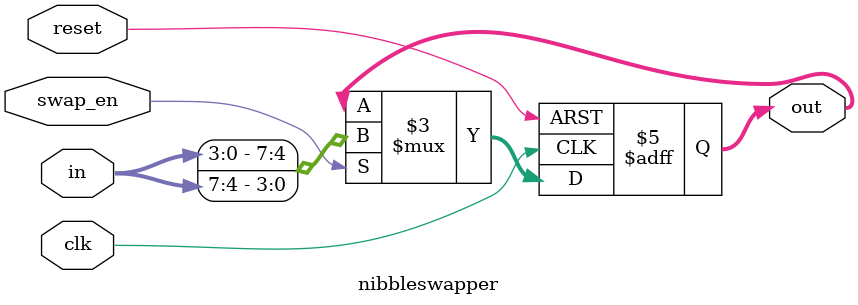
<source format=v>
module nibbleswapper (
    input wire clk,
    input wire reset,
    input wire [7:0] in,
    input wire swap_en,
    output reg [7:0] out
);

    always @(posedge clk or posedge reset) begin
        if (reset) begin
            out <= 8'h00;
        end else if (swap_en) begin
            out <= {in[3:0], in[7:4]};  // Swap lower and upper nibbles
        end else begin
            out <= out;  // Hold previous value
        end
    end

endmodule


</source>
